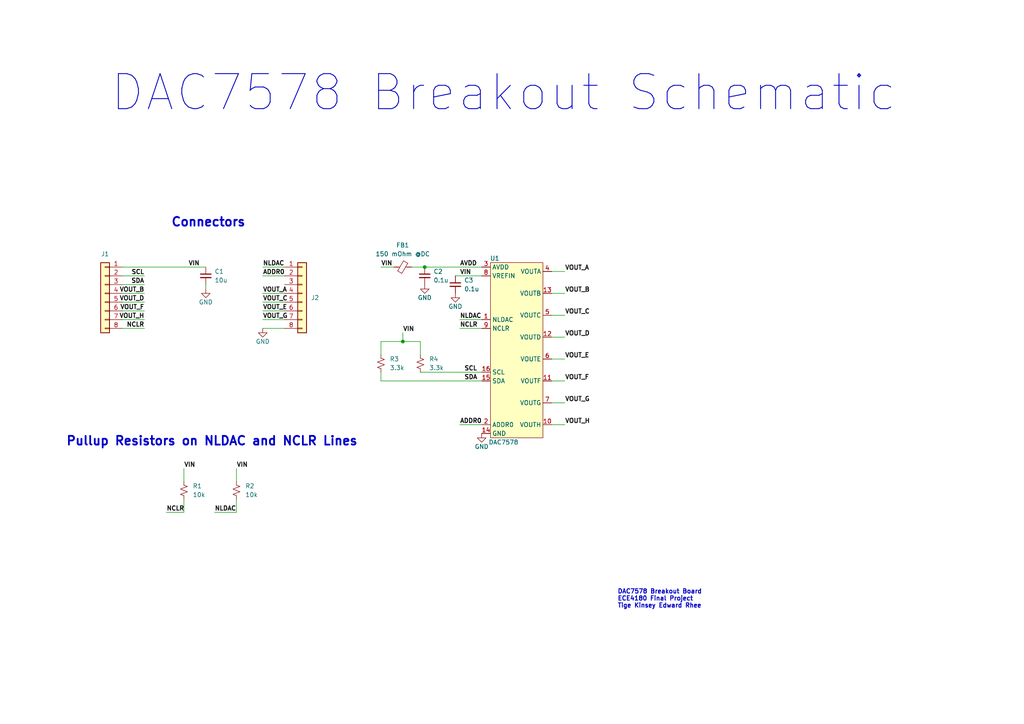
<source format=kicad_sch>
(kicad_sch (version 20211123) (generator eeschema)
  (paper "A4")
  (lib_symbols
    (symbol "Connector_Generic:Conn_01x08" (pin_names (offset 1.016) hide)
      (property "Reference" "J" (at 0 10.16 0))
      (property "Value" "Conn_01x08" (at 0 -12.7 0))
      (symbol "Conn_01x08_1_1"
        (rectangle (start -1.27 -10.033) (end 0 -10.287) (stroke (width 0.1524)))
        (rectangle (start -1.27 -7.493) (end 0 -7.747) (stroke (width 0.1524)))
        (rectangle (start -1.27 -4.953) (end 0 -5.207) (stroke (width 0.1524)))
        (rectangle (start -1.27 -2.413) (end 0 -2.667) (stroke (width 0.1524)))
        (rectangle (start -1.27 0.127) (end 0 -0.127) (stroke (width 0.1524)))
        (rectangle (start -1.27 2.667) (end 0 2.413) (stroke (width 0.1524)))
        (rectangle (start -1.27 5.207) (end 0 4.953) (stroke (width 0.1524)))
        (rectangle (start -1.27 7.747) (end 0 7.493) (stroke (width 0.1524)))
        (rectangle (start -1.27 8.89) (end 1.27 -11.43) (stroke (width 0.254)) (fill (type background)))
        (pin passive line (at -5.08 7.62 0) (length 3.81) (name "Pin_1") (number "1"))
        (pin passive line (at -5.08 5.08 0) (length 3.81) (name "Pin_2") (number "2"))
        (pin passive line (at -5.08 2.54 0) (length 3.81) (name "Pin_3") (number "3"))
        (pin passive line (at -5.08 0 0) (length 3.81) (name "Pin_4") (number "4"))
        (pin passive line (at -5.08 -2.54 0) (length 3.81) (name "Pin_5") (number "5"))
        (pin passive line (at -5.08 -5.08 0) (length 3.81) (name "Pin_6") (number "6"))
        (pin passive line (at -5.08 -7.62 0) (length 3.81) (name "Pin_7") (number "7"))
        (pin passive line (at -5.08 -10.16 0) (length 3.81) (name "Pin_8") (number "8"))
      )
    )
    (symbol "DAC7578:DAC7578"
      (property "Reference" "U" (at -6.35 27.94 0))
      (property "Value" "DAC7578" (at -3.81 -25.4 0))
      (symbol "DAC7578_0_1"
        (rectangle (start -7.62 26.67) (end 7.62 -24.13) (fill (type background)))
      )
      (symbol "DAC7578_1_1"
        (pin passive line (at -10.16 10.16 0) (length 2.54) (name "NLDAC") (number "1"))
        (pin passive line (at 10.16 -20.32 180) (length 2.54) (name "VOUTH") (number "10"))
        (pin passive line (at 10.16 -7.62 180) (length 2.54) (name "VOUTF") (number "11"))
        (pin passive line (at 10.16 5.08 180) (length 2.54) (name "VOUTD") (number "12"))
        (pin passive line (at 10.16 17.78 180) (length 2.54) (name "VOUTB") (number "13"))
        (pin passive line (at -10.16 -22.86 0) (length 2.54) (name "GND") (number "14"))
        (pin passive line (at -10.16 -7.62 0) (length 2.54) (name "SDA") (number "15"))
        (pin passive line (at -10.16 -5.08 0) (length 2.54) (name "SCL") (number "16"))
        (pin passive line (at -10.16 -20.32 0) (length 2.54) (name "ADDR0") (number "2"))
        (pin passive line (at -10.16 25.4 0) (length 2.54) (name "AVDD") (number "3"))
        (pin passive line (at 10.16 24.13 180) (length 2.54) (name "VOUTA") (number "4"))
        (pin passive line (at 10.16 11.43 180) (length 2.54) (name "VOUTC") (number "5"))
        (pin passive line (at 10.16 -1.27 180) (length 2.54) (name "VOUTE") (number "6"))
        (pin passive line (at 10.16 -13.97 180) (length 2.54) (name "VOUTG") (number "7"))
        (pin passive line (at -10.16 22.86 0) (length 2.54) (name "VREFIN") (number "8"))
        (pin passive line (at -10.16 7.62 0) (length 2.54) (name "NCLR") (number "9"))
      )
    )
    (symbol "Device:C_Small" (pin_numbers hide) (pin_names (offset 0.254) hide)
      (property "Reference" "C" (at 0.254 1.778 0))
      (property "Value" "C_Small" (at 0.254 -2.032 0))
      (symbol "C_Small_0_1"
        (polyline (pts (xy -1.524 -0.508) (xy 1.524 -0.508)) (stroke (width 0.3302)))
        (polyline (pts (xy -1.524 0.508) (xy 1.524 0.508)) (stroke (width 0.3048)))
      )
      (symbol "C_Small_1_1"
        (pin passive line (at 0 2.54 270) (length 2.032) (name "~") (number "1"))
        (pin passive line (at 0 -2.54 90) (length 2.032) (name "~") (number "2"))
      )
    )
    (symbol "Device:FerriteBead_Small" (pin_numbers hide) (pin_names (offset 0))
      (property "Reference" "FB" (at 1.905 1.27 0))
      (property "Value" "FerriteBead_Small" (at 1.905 -1.27 0))
      (symbol "FerriteBead_Small_0_1"
        (polyline (pts (xy 0 -1.27) (xy 0 -0.7874)))
        (polyline (pts (xy 0 0.889) (xy 0 1.2954)))
        (polyline (pts (xy -1.8288 0.2794) (xy -1.1176 1.4986) (xy 1.8288 -0.2032) (xy 1.1176 -1.4224) (xy -1.8288 0.2794)))
      )
      (symbol "FerriteBead_Small_1_1"
        (pin passive line (at 0 2.54 270) (length 1.27) (name "~") (number "1"))
        (pin passive line (at 0 -2.54 90) (length 1.27) (name "~") (number "2"))
      )
    )
    (symbol "Device:R_Small_US" (pin_numbers hide) (pin_names (offset 0.254) hide)
      (property "Reference" "R" (at 0.762 0.508 0))
      (property "Value" "R_Small_US" (at 0.762 -1.016 0))
      (symbol "R_Small_US_1_1"
        (polyline (pts (xy 0 0) (xy 1.016 -0.381) (xy 0 -0.762) (xy -1.016 -1.143) (xy 0 -1.524)))
        (polyline (pts (xy 0 1.524) (xy 1.016 1.143) (xy 0 0.762) (xy -1.016 0.381) (xy 0 0)))
        (pin passive line (at 0 2.54 270) (length 1.016) (name "~") (number "1"))
        (pin passive line (at 0 -2.54 90) (length 1.016) (name "~") (number "2"))
      )
    )
    (symbol "power:GND" (power) (pin_names (offset 0))
      (property "Value" "GND" (at 0 -3.81 0))
      (symbol "GND_0_1"
        (polyline (pts (xy 0 0) (xy 0 -1.27) (xy 1.27 -1.27) (xy 0 -2.54) (xy -1.27 -1.27) (xy 0 -1.27)))
      )
      (symbol "GND_1_1"
        (pin power_in line (at 0 0 270) (length 0) hide (name "GND") (number "1"))
      )
    )
  )
  (junction (at 116.84 99.06))
  (junction (at 123.19 77.47))
  (wire (pts (xy 76.2 80.01) (xy 82.55 80.01)))
  (wire (pts (xy 35.56 82.55) (xy 41.91 82.55)))
  (wire (pts (xy 48.26 148.59) (xy 53.34 148.59)))
  (wire (pts (xy 163.83 123.19) (xy 160.02 123.19)))
  (wire (pts (xy 35.56 90.17) (xy 41.91 90.17)))
  (wire (pts (xy 76.2 85.09) (xy 82.55 85.09)))
  (wire (pts (xy 53.34 135.89) (xy 53.34 139.7)))
  (wire (pts (xy 163.83 116.84) (xy 160.02 116.84)))
  (wire (pts (xy 76.2 77.47) (xy 82.55 77.47)))
  (wire (pts (xy 110.49 77.47) (xy 114.3 77.47)))
  (wire (pts (xy 163.83 104.14) (xy 160.02 104.14)))
  (wire (pts (xy 121.92 102.87) (xy 121.92 99.06)))
  (wire (pts (xy 163.83 97.79) (xy 160.02 97.79)))
  (wire (pts (xy 59.69 82.55) (xy 59.69 83.82)))
  (wire (pts (xy 35.56 87.63) (xy 41.91 87.63)))
  (wire (pts (xy 110.49 110.49) (xy 139.7 110.49)))
  (wire (pts (xy 116.84 99.06) (xy 110.49 99.06)))
  (wire (pts (xy 76.2 95.25) (xy 82.55 95.25)))
  (wire (pts (xy 163.83 78.74) (xy 160.02 78.74)))
  (wire (pts (xy 76.2 87.63) (xy 82.55 87.63)))
  (wire (pts (xy 35.56 77.47) (xy 59.69 77.47)))
  (wire (pts (xy 35.56 92.71) (xy 41.91 92.71)))
  (wire (pts (xy 163.83 85.09) (xy 160.02 85.09)))
  (wire (pts (xy 123.19 77.47) (xy 139.7 77.47)))
  (wire (pts (xy 110.49 107.95) (xy 110.49 110.49)))
  (wire (pts (xy 132.08 80.01) (xy 139.7 80.01)))
  (wire (pts (xy 133.35 95.25) (xy 139.7 95.25)))
  (wire (pts (xy 110.49 99.06) (xy 110.49 102.87)))
  (wire (pts (xy 133.35 92.71) (xy 139.7 92.71)))
  (wire (pts (xy 76.2 92.71) (xy 82.55 92.71)))
  (wire (pts (xy 62.23 148.59) (xy 68.58 148.59)))
  (wire (pts (xy 121.92 107.95) (xy 139.7 107.95)))
  (wire (pts (xy 163.83 91.44) (xy 160.02 91.44)))
  (wire (pts (xy 35.56 80.01) (xy 41.91 80.01)))
  (wire (pts (xy 133.35 123.19) (xy 139.7 123.19)))
  (wire (pts (xy 163.83 110.49) (xy 160.02 110.49)))
  (wire (pts (xy 53.34 144.78) (xy 53.34 148.59)))
  (wire (pts (xy 68.58 135.89) (xy 68.58 139.7)))
  (wire (pts (xy 76.2 90.17) (xy 82.55 90.17)))
  (wire (pts (xy 68.58 148.59) (xy 68.58 144.78)))
  (wire (pts (xy 116.84 96.52) (xy 116.84 99.06)))
  (wire (pts (xy 121.92 99.06) (xy 116.84 99.06)))
  (wire (pts (xy 119.38 77.47) (xy 123.19 77.47)))
  (wire (pts (xy 35.56 95.25) (xy 41.91 95.25)))
  (wire (pts (xy 35.56 85.09) (xy 41.91 85.09)))
  (text "Pullup Resistors on NLDAC and NCLR Lines" (at 19.05 129.54 0) (effects (font (size 2.54 2.54) bold) (justify left bottom)))
  (text "Connectors" (at 49.53 66.04 0) (effects (font (size 2.54 2.54) bold) (justify left bottom)))
  (text "DAC7578 Breakout Board\nECE4180 Final Project\nTige Kinsey Edward Rhee" (at 179.07 176.53 0) (effects (font (size 1.27 1.27) bold) (justify left bottom)))
  (text "DAC7578 Breakout Schematic\n" (at 31.75 33.02 0) (effects (font (size 10.16 10.16) (thickness 0.254) bold) (justify left bottom)))
  (label "VOUT_H" (at 163.83 123.19 0) (effects (font bold)))
  (label "VOUT_E" (at 76.2 90.17 0) (effects (font bold)))
  (label "VIN" (at 110.49 77.47 0) (effects (font bold)))
  (label "VOUT_F" (at 41.91 90.17 180) (effects (font bold)))
  (label "VOUT_G" (at 76.2 92.71 0) (effects (font bold)))
  (label "VOUT_D" (at 41.91 87.63 180) (effects (font bold)))
  (label "VOUT_G" (at 163.83 116.84 0) (effects (font bold)))
  (label "ADDR0" (at 133.35 123.19 0) (effects (font bold)))
  (label "VOUT_C" (at 163.83 91.44 0) (effects (font bold)))
  (label "NLDAC" (at 62.23 148.59 0) (effects (font bold)))
  (label "NLDAC" (at 76.2 77.47 0) (effects (font bold)))
  (label "VIN" (at 133.35 80.01 0) (effects (font bold)))
  (label "AVDD" (at 133.35 77.47 0) (effects (font bold)))
  (label "VOUT_A" (at 163.83 78.74 0) (effects (font bold)))
  (label "VIN" (at 54.61 77.47 0) (effects (font bold)))
  (label "SDA" (at 41.91 82.55 180) (effects (font bold)))
  (label "SCL" (at 41.91 80.01 180) (effects (font bold)))
  (label "SCL" (at 134.62 107.95 0) (effects (font bold)))
  (label "NCLR" (at 41.91 95.25 180) (effects (font bold)))
  (label "SDA" (at 134.62 110.49 0) (effects (font bold)))
  (label "VOUT_B" (at 163.83 85.09 0) (effects (font bold)))
  (label "VOUT_E" (at 163.83 104.14 0) (effects (font bold)))
  (label "VOUT_F" (at 163.83 110.49 0) (effects (font bold)))
  (label "VOUT_C" (at 76.2 87.63 0) (effects (font bold)))
  (label "VOUT_B" (at 41.91 85.09 180) (effects (font bold)))
  (label "ADDR0" (at 76.2 80.01 0) (effects (font bold)))
  (label "NLDAC" (at 133.35 92.71 0) (effects (font bold)))
  (label "VOUT_D" (at 163.83 97.79 0) (effects (font bold)))
  (label "NCLR" (at 48.26 148.59 0) (effects (font bold)))
  (label "VIN" (at 68.58 135.89 0) (effects (font bold)))
  (label "VOUT_H" (at 41.91 92.71 180) (effects (font bold)))
  (label "VIN" (at 53.34 135.89 0) (effects (font bold)))
  (label "VIN" (at 116.84 96.52 0) (effects (font bold)))
  (label "NCLR" (at 133.35 95.25 0) (effects (font bold)))
  (label "VOUT_A" (at 76.2 85.09 0) (effects (font bold)))
  (symbol (lib_id "Device:C_Small") (at 132.08 82.55 0) (unit 1)
    (property "Reference" "C3" (at 134.62 81.2862 0) (effects (justify left)))
    (property "Value" "0.1u" (at 134.62 83.8262 0) (effects (justify left)))
    (property "Footprint" "DAC7578:C_0603_1608Metric_Pad1.08x0.95mm_HandSolder" (effects hide))
  )
  (symbol (lib_id "Device:C_Small") (at 59.69 80.01 0) (unit 1)
    (property "Reference" "C1" (at 62.23 78.7462 0) (effects (justify left)))
    (property "Value" "10u" (at 62.23 81.2862 0) (effects (justify left)))
    (property "Footprint" "DAC7578:C_0603_1608Metric_Pad1.08x0.95mm_HandSolder" (effects hide))
  )
  (symbol (lib_id "Connector_Generic:Conn_01x08") (at 87.63 85.09 0) (unit 1)
    (property "Reference" "J2" (at 90.17 86.3599 0) (effects (justify left)))
    (property "Value" "Conn_01x08" (effects hide))
    (property "Footprint" "DAC7578:PinHeader_1x08_P2.54mm_Vertical" (effects hide))
  )
  (symbol (lib_id "Device:R_Small_US") (at 53.34 142.24 0) (unit 1)
    (property "Reference" "R1" (at 55.88 140.9699 0) (effects (justify left)))
    (property "Value" "10k" (at 55.88 143.5099 0) (effects (justify left)))
    (property "Footprint" "DAC7578:R_0805_2012Metric_Pad1.20x1.40mm_HandSolder" (effects hide))
  )
  (symbol (lib_id "Device:C_Small") (at 123.19 80.01 0) (unit 1)
    (property "Reference" "C2" (at 125.73 78.7462 0) (effects (justify left)))
    (property "Value" "0.1u" (at 125.73 81.2862 0) (effects (justify left)))
    (property "Footprint" "DAC7578:C_0603_1608Metric_Pad1.08x0.95mm_HandSolder" (effects hide))
  )
  (symbol (lib_id "Connector_Generic:Conn_01x08") (at 30.48 85.09 0) (mirror y) (unit 1)
    (property "Reference" "J1" (at 30.48 73.66 0))
    (property "Value" "Conn_01x08" (effects hide))
    (property "Footprint" "DAC7578:PinHeader_1x08_P2.54mm_Vertical" (effects hide))
  )
  (symbol (lib_id "Device:R_Small_US") (at 110.49 105.41 0) (unit 1)
    (property "Reference" "R3" (at 113.03 104.1399 0) (effects (justify left)))
    (property "Value" "3.3k" (at 113.03 106.6799 0) (effects (justify left)))
    (property "Footprint" "DAC7578:R_0805_2012Metric_Pad1.20x1.40mm_HandSolder" (effects hide))
  )
  (symbol (lib_id "Device:FerriteBead_Small") (at 116.84 77.47 90) (unit 1)
    (property "Reference" "FB1" (at 116.8019 71.12 90))
    (property "Value" "150 mOhm @DC" (at 116.8019 73.66 90))
    (property "Footprint" "DAC7578:R_0603_1608Metric_Pad0.98x0.95mm_HandSolder" (effects hide))
  )
  (symbol (lib_id "power:GND") (at 139.7 125.73 0) (unit 1)
    (property "Reference" "#PWR0105" (effects hide))
    (property "Value" "GND" (at 139.7 129.54 0))
  )
  (symbol (lib_id "power:GND") (at 123.19 82.55 0) (unit 1)
    (property "Reference" "#PWR0102" (effects hide))
    (property "Value" "GND" (at 123.19 86.36 0))
  )
  (symbol (lib_id "power:GND") (at 76.2 95.25 0) (unit 1)
    (property "Reference" "#PWR0103" (effects hide))
    (property "Value" "GND" (at 76.2 99.06 0))
  )
  (symbol (lib_id "Device:R_Small_US") (at 121.92 105.41 0) (unit 1)
    (property "Reference" "R4" (at 124.46 104.1399 0) (effects (justify left)))
    (property "Value" "3.3k" (at 124.46 106.6799 0) (effects (justify left)))
    (property "Footprint" "DAC7578:R_0805_2012Metric_Pad1.20x1.40mm_HandSolder" (effects hide))
  )
  (symbol (lib_id "DAC7578:DAC7578") (at 149.86 102.87 0) (unit 1)
    (property "Reference" "U1" (at 143.51 74.93 0))
    (property "Value" "DAC7578" (at 146.05 128.27 0))
    (property "Footprint" "DAC7578:DAC7578" (effects hide))
  )
  (symbol (lib_id "Device:R_Small_US") (at 68.58 142.24 0) (unit 1)
    (property "Reference" "R2" (at 71.12 140.9699 0) (effects (justify left)))
    (property "Value" "10k" (at 71.12 143.5099 0) (effects (justify left)))
    (property "Footprint" "DAC7578:R_0805_2012Metric_Pad1.20x1.40mm_HandSolder" (effects hide))
  )
  (symbol (lib_id "power:GND") (at 59.69 83.82 0) (unit 1)
    (property "Reference" "#PWR0104" (effects hide))
    (property "Value" "GND" (at 59.69 87.63 0))
  )
  (symbol (lib_id "power:GND") (at 132.08 85.09 0) (unit 1)
    (property "Reference" "#PWR0101" (effects hide))
    (property "Value" "GND" (at 132.08 88.9 0))
  )
)
</source>
